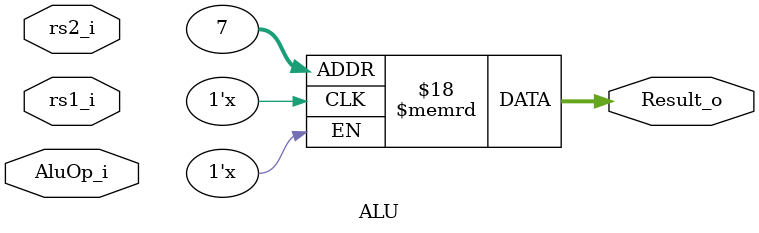
<source format=sv>
/*
	This current module compute 10 R-type instructions
*/

module ALU(
	input logic [31:0]  rs1_i,  rs2_i,
	input logic [3:0] AluOp_i, // Alu_op[2:0] = funct3, Alu_op[3] = funct7[5]
	output logic [31:0] Result_o
	);
	
//	logic [31:0] temp0, temp1, temp2, temp3, temp4, temp5;
//	logic overflow0, overflow1; // currently this version have not process overflow
//	
//	and_32bit A0( rs1_i,  rs2_i, temp0);
//	or_32bit O0( rs1_i,  rs2_i, temp1);
//	mux2to1_32bit M0(temp0, temp1, AluOp_i[0], temp2);
//	
//	adder_32bit AD0( rs1_i,  rs2_i, temp3, overflow0);
//	subtractor_32bit S0( rs1_i,  rs2_i, temp4, overflow1);
//	mux2to1_32bit M1(temp3, temp4, AluOp_i[0], temp5);
//	
//	mux2to1_32bit M2(temp2, temp5, AluOp_i[1], Result_o);
//	
//	// AluOp_i = 00->and; 01->or; 10->add; 11->subtract

	logic [7:0] cond;
	logic [32:0] sum, sub;
	logic [31:0] shift_left_r, slt_r, sltu_r, xor_r, srl_r, sra_r, or_r, and_r;
	logic [31:0] temp_ans_r[8]; // contain temporary answer
	decode3to8 DE0(AluOp_i[2:0], cond);
	
	// funct3 = 000
	adder_32bit AD0( rs1_i,  rs2_i, sum[31:0], sum[32]);
	subtractor_32bit SB0( rs1_i,  rs2_i, sub[31:0], sub[32]);
	mux3to1_32bit MU0(sum[31:0], sub[31:0], 32'b0, {(~cond[0]), AluOp_i[3]}, temp_ans_r[0]);
	
	// funct3 = 001
	shift_left_logical SLL0( rs1_i,  rs2_i, shift_left_r);
	mux2to1_32bit MU1(temp_ans_r[0], shift_left_r, cond[1], temp_ans_r[1]);
	
	// funct3 = 010
	set_less_than SLT0(rs1_i, rs2_i, slt_r);
	mux2to1_32bit MU2(temp_ans_r[1], slt_r, cond[2], temp_ans_r[2]);
	
	// funct3 = 011
	set_less_than_unsign SLTU0(rs1_i, rs2_i, sltu_r);
	mux2to1_32bit MU3(temp_ans_r[2], sltu_r, cond[3], temp_ans_r[3]);
	
	// funct3 = 100
	xor_32bit XOR0(rs1_i, rs2_i, xor_r);
	mux2to1_32bit MU4(temp_ans_r[3], xor_r, cond[4], temp_ans_r[4]);
	
	// funct3 = 101
	shift_right_logical SRL0(rs1_i, rs2_i, srl_r);
	shift_right_arithmetic SRA0(rs1_i, rs2_i, sra_r);
	mux3to1_32bit MU5(srl_r, sra_r, temp_ans_r[4], {(~cond[5]), AluOp_i[3]}, temp_ans_r[5]);
	
	// funct3 = 110
	or_32bit OR0(rs1_i, rs2_i, or_r);
	mux2to1_32bit MU6(temp_ans_r[5], or_r, cond[6], temp_ans_r[6]);
	
	// funct3 = 111
	and_32bit AND0(rs1_i, rs2_i, and_r);
	mux2to1_32bit MU7(temp_ans_r[6], and_r, cond[7], temp_ans_r[7]);
	
	assign Result_o = temp_ans_r[7];
	
	
endmodule

	
	
</source>
